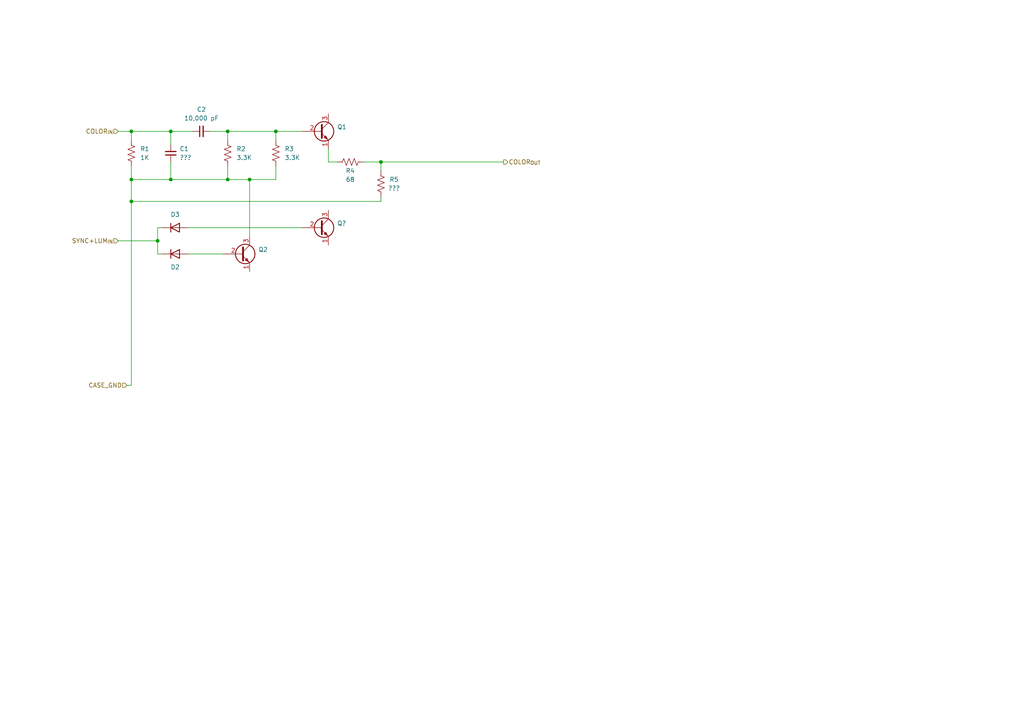
<source format=kicad_sch>
(kicad_sch (version 20211123) (generator eeschema)
  (paper "A4")
  (title_block (title "RF Modulator for Commodore 64 Schematic #251138") (date "2022-07-03") (rev "1") (company "Commodore Business Machines (CBM)") (comment 1 "For PCB Assy #250407-01") (comment 2 "Original schematic by CBM") (comment 3 "Replication by Omega9380 - July 2022"))
  (lib_symbols
    (symbol "Device:C_Small" (pin_numbers hide) (pin_names (offset 0.254) hide)
      (property "Reference" "C" (at 0.254 1.778 0))
      (property "Value" "C_Small" (at 0.254 -2.032 0))
      (symbol "C_Small_0_1"
        (polyline (pts (xy -1.524 -0.508) (xy 1.524 -0.508)) (stroke (width 0.3302)))
        (polyline (pts (xy -1.524 0.508) (xy 1.524 0.508)) (stroke (width 0.3048)))
      )
      (symbol "C_Small_1_1"
        (pin passive line (at 0 2.54 270) (length 2.032) (name "~") (number "1"))
        (pin passive line (at 0 -2.54 90) (length 2.032) (name "~") (number "2"))
      )
    )
    (symbol "Device:D" (pin_numbers hide) (pin_names (offset 1.016) hide)
      (property "Reference" "D" (at 0 2.54 0))
      (property "Value" "D" (at 0 -2.54 0))
      (symbol "D_0_1"
        (polyline (pts (xy -1.27 1.27) (xy -1.27 -1.27)) (stroke (width 0.254)))
        (polyline (pts (xy 1.27 0) (xy -1.27 0)))
        (polyline (pts (xy 1.27 1.27) (xy 1.27 -1.27) (xy -1.27 0) (xy 1.27 1.27)) (stroke (width 0.254)))
      )
      (symbol "D_1_1"
        (pin passive line (at -3.81 0 0) (length 2.54) (name "K") (number "1"))
        (pin passive line (at 3.81 0 180) (length 2.54) (name "A") (number "2"))
      )
    )
    (symbol "Device:R_US" (pin_numbers hide) (pin_names (offset 0))
      (property "Reference" "R" (at 2.54 0 90))
      (property "Value" "R_US" (at -2.54 0 90))
      (symbol "R_US_0_1"
        (polyline (pts (xy 0 -2.286) (xy 0 -2.54)))
        (polyline (pts (xy 0 2.286) (xy 0 2.54)))
        (polyline (pts (xy 0 -0.762) (xy 1.016 -1.143) (xy 0 -1.524) (xy -1.016 -1.905) (xy 0 -2.286)))
        (polyline (pts (xy 0 0.762) (xy 1.016 0.381) (xy 0 0) (xy -1.016 -0.381) (xy 0 -0.762)))
        (polyline (pts (xy 0 2.286) (xy 1.016 1.905) (xy 0 1.524) (xy -1.016 1.143) (xy 0 0.762)))
      )
      (symbol "R_US_1_1"
        (pin passive line (at 0 3.81 270) (length 1.27) (name "~") (number "1"))
        (pin passive line (at 0 -3.81 90) (length 1.27) (name "~") (number "2"))
      )
    )
    (symbol "Transistor_BJT:2N2219" (pin_names (offset 0) hide)
      (property "Reference" "Q" (at 5.08 1.905 0))
      (property "Value" "2N2219" (at 5.08 0 0))
      (symbol "2N2219_0_1"
        (polyline (pts (xy 0.635 0.635) (xy 2.54 2.54)))
        (polyline (pts (xy 0.635 -0.635) (xy 2.54 -2.54) (xy 2.54 -2.54)))
        (polyline (pts (xy 0.635 1.905) (xy 0.635 -1.905) (xy 0.635 -1.905)) (stroke (width 0.508)))
        (polyline (pts (xy 1.27 -1.778) (xy 1.778 -1.27) (xy 2.286 -2.286) (xy 1.27 -1.778) (xy 1.27 -1.778)) (fill (type outline)))
        (circle (center 1.27 0) (radius 2.8194) (stroke (width 0.254)))
      )
      (symbol "2N2219_1_1"
        (pin passive line (at 2.54 -5.08 90) (length 2.54) (name "E") (number "1"))
        (pin passive line (at -5.08 0 0) (length 5.715) (name "B") (number "2"))
        (pin passive line (at 2.54 5.08 270) (length 2.54) (name "C") (number "3"))
      )
    )
  )
  (junction (at 66.04 52.07))
  (junction (at 38.1 58.42))
  (junction (at 72.39 52.07))
  (junction (at 49.53 38.1))
  (junction (at 49.53 52.07))
  (junction (at 110.49 46.99))
  (junction (at 80.01 38.1))
  (junction (at 38.1 38.1))
  (junction (at 45.72 69.85))
  (junction (at 66.04 38.1))
  (junction (at 38.1 52.07))
  (wire (pts (xy 38.1 48.26) (xy 38.1 52.07)))
  (wire (pts (xy 105.41 46.99) (xy 110.49 46.99)))
  (wire (pts (xy 72.39 68.58) (xy 72.39 52.07)))
  (wire (pts (xy 66.04 38.1) (xy 80.01 38.1)))
  (wire (pts (xy 110.49 57.15) (xy 110.49 58.42)))
  (wire (pts (xy 80.01 38.1) (xy 87.63 38.1)))
  (wire (pts (xy 64.77 73.66) (xy 54.61 73.66)))
  (wire (pts (xy 49.53 52.07) (xy 66.04 52.07)))
  (wire (pts (xy 49.53 46.99) (xy 49.53 52.07)))
  (wire (pts (xy 49.53 41.91) (xy 49.53 38.1)))
  (wire (pts (xy 38.1 52.07) (xy 49.53 52.07)))
  (wire (pts (xy 110.49 46.99) (xy 110.49 49.53)))
  (wire (pts (xy 66.04 40.64) (xy 66.04 38.1)))
  (wire (pts (xy 80.01 52.07) (xy 80.01 48.26)))
  (wire (pts (xy 45.72 66.04) (xy 46.99 66.04)))
  (wire (pts (xy 34.29 69.85) (xy 45.72 69.85)))
  (wire (pts (xy 72.39 52.07) (xy 80.01 52.07)))
  (wire (pts (xy 54.61 66.04) (xy 87.63 66.04)))
  (wire (pts (xy 38.1 38.1) (xy 49.53 38.1)))
  (wire (pts (xy 95.25 43.18) (xy 95.25 46.99)))
  (wire (pts (xy 45.72 73.66) (xy 45.72 69.85)))
  (wire (pts (xy 60.96 38.1) (xy 66.04 38.1)))
  (wire (pts (xy 46.99 73.66) (xy 45.72 73.66)))
  (wire (pts (xy 49.53 38.1) (xy 55.88 38.1)))
  (wire (pts (xy 110.49 46.99) (xy 146.05 46.99)))
  (wire (pts (xy 110.49 58.42) (xy 38.1 58.42)))
  (wire (pts (xy 38.1 111.76) (xy 36.83 111.76)))
  (wire (pts (xy 38.1 58.42) (xy 38.1 111.76)))
  (wire (pts (xy 80.01 40.64) (xy 80.01 38.1)))
  (wire (pts (xy 66.04 52.07) (xy 72.39 52.07)))
  (wire (pts (xy 95.25 46.99) (xy 97.79 46.99)))
  (wire (pts (xy 38.1 40.64) (xy 38.1 38.1)))
  (wire (pts (xy 38.1 52.07) (xy 38.1 58.42)))
  (wire (pts (xy 66.04 48.26) (xy 66.04 52.07)))
  (wire (pts (xy 34.29 38.1) (xy 38.1 38.1)))
  (wire (pts (xy 45.72 66.04) (xy 45.72 69.85)))
  (hierarchical_label "COLOR_{OUT}" (shape output) (at 146.05 46.99 0))
  (hierarchical_label "COLOR_{IN}" (shape input) (at 34.29 38.1 180))
  (hierarchical_label "CASE_GND" (shape input) (at 36.83 111.76 180))
  (hierarchical_label "SYNC+LUM_{IN}" (shape input) (at 34.29 69.85 180))
  (symbol (lib_id "Transistor_BJT:2N2219") (at 69.85 73.66 0) (unit 1)
    (property "Reference" "Q2" (at 74.93 72.3899 0) (effects (justify left)))
    (property "Footprint" "Package_TO_SOT_THT:TO-39-3" (effects hide))
    (property "Datasheet" "http://www.onsemi.com/pub_link/Collateral/2N2219-D.PDF" (effects hide))
  )
  (symbol (lib_id "Transistor_BJT:2N2219") (at 92.71 66.04 0) (unit 1)
    (property "Reference" "Q?" (at 97.79 64.7699 0) (effects (justify left)))
    (property "Footprint" "Package_TO_SOT_THT:TO-39-3" (effects hide))
    (property "Datasheet" "http://www.onsemi.com/pub_link/Collateral/2N2219-D.PDF" (effects hide))
  )
  (symbol (lib_id "Device:R_US") (at 110.49 53.34 180) (unit 1)
    (property "Reference" "R5" (at 114.3 52.07 0))
    (property "Value" "???" (at 114.3 54.61 0))
  )
  (symbol (lib_id "Device:C_Small") (at 49.53 44.45 180) (unit 1)
    (property "Reference" "C1" (at 52.07 43.1735 0) (effects (justify right)))
    (property "Value" "???" (at 52.07 45.7135 0) (effects (justify right)))
  )
  (symbol (lib_id "Device:C_Small") (at 58.42 38.1 90) (unit 1)
    (property "Reference" "C2" (at 58.4263 31.75 90))
    (property "Value" "10,000 pF" (at 58.4263 34.29 90))
  )
  (symbol (lib_id "Transistor_BJT:2N2219") (at 92.71 38.1 0) (unit 1)
    (property "Reference" "Q1" (at 97.79 36.8299 0) (effects (justify left)))
    (property "Footprint" "Package_TO_SOT_THT:TO-39-3" (effects hide))
    (property "Datasheet" "http://www.onsemi.com/pub_link/Collateral/2N2219-D.PDF" (effects hide))
  )
  (symbol (lib_id "Device:R_US") (at 80.01 44.45 0) (unit 1)
    (property "Reference" "R3" (at 82.55 43.1799 0) (effects (justify left)))
    (property "Value" "3.3K" (at 82.55 45.7199 0) (effects (justify left)))
  )
  (symbol (lib_id "Device:D") (at 50.8 66.04 0) (unit 1)
    (property "Reference" "D3" (at 50.8 62.23 0))
    (property "Value" "D" (effects hide))
  )
  (symbol (lib_id "Device:R_US") (at 38.1 44.45 0) (unit 1)
    (property "Reference" "R1" (at 40.64 43.1799 0) (effects (justify left)))
    (property "Value" "1K" (at 40.64 45.7199 0) (effects (justify left)))
  )
  (symbol (lib_id "Device:R_US") (at 66.04 44.45 0) (unit 1)
    (property "Reference" "R2" (at 68.58 43.1799 0) (effects (justify left)))
    (property "Value" "3.3K" (at 68.58 45.7199 0) (effects (justify left)))
  )
  (symbol (lib_id "Device:D") (at 50.8 73.66 0) (unit 1)
    (property "Reference" "D2" (at 50.8 77.47 0))
    (property "Value" "D" (effects hide))
  )
  (symbol (lib_id "Device:R_US") (at 101.6 46.99 90) (unit 1)
    (property "Reference" "R4" (at 101.6 49.53 90))
    (property "Value" "68" (at 101.6 52.07 90))
  )
)
</source>
